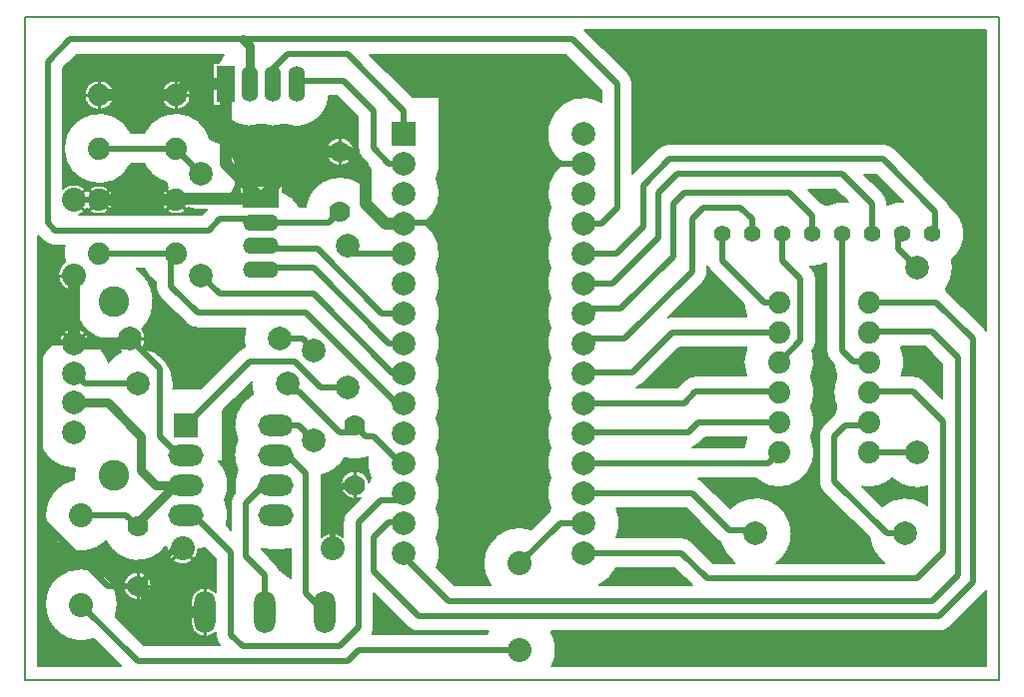
<source format=gbr>
G04 DesignSpark PCB Gerber Version 11.0 Build 5877*
%FSLAX33Y33*%
%MOMM*%
%ADD129O,1.40000X3.04800*%
%ADD126O,1.79080X3.58160*%
%ADD128R,1.52400X3.04800*%
%ADD121R,2.00000X2.00000*%
%ADD125R,2.00000X2.00000*%
%ADD20C,0.12700*%
%ADD26C,0.25400*%
%ADD73C,0.50800*%
%ADD76C,0.76200*%
%ADD72C,1.01600*%
%ADD123C,1.39700*%
%ADD84C,1.77800*%
%ADD122C,1.87960*%
%ADD75C,2.00000*%
%ADD120C,2.03200*%
%ADD124C,2.60000*%
%ADD127O,3.04800X1.40000*%
%ADD86O,3.00000X1.80000*%
%ADD107R,3.04800X1.52400*%
X0Y0D02*
D02*
D20*
X13496Y3239D02*
X96046D01*
Y59436D01*
X13496D01*
Y3239D01*
X14623Y23575D02*
Y4366D01*
X21618D01*
X19295Y6689D01*
G75*
G02*
X15179Y9589I-1037J2900D01*
G01*
G75*
G02*
X21338I3080J0D01*
G01*
G75*
G02*
X21158Y8552I-3080J0D01*
G01*
X23567Y6144D01*
X30001D01*
G75*
G02*
X29641Y7049I958J905D01*
G01*
Y7251D01*
G75*
G02*
X27523Y8059I-905J808D01*
G01*
Y9849D01*
G75*
G02*
X29641Y10656I1213J0D01*
G01*
Y13488D01*
X28720Y14409D01*
G75*
G02*
X28162Y14274I-972J2800D01*
G01*
G75*
G02*
X25498Y14351I-1331J77D01*
G01*
G75*
G02*
X25500Y14437I1334J1D01*
G01*
G75*
G02*
X25383Y14484I1049J2771D01*
G01*
G75*
G02*
X20366Y14964I-2362J1772D01*
G01*
G75*
G02*
X15179Y17209I-2108J2245D01*
G01*
G75*
G02*
X17665Y20230I3080J0D01*
G01*
G75*
G02*
X17650Y20544I3349J313D01*
G01*
G75*
G02*
X17702Y21131I3364J0D01*
G01*
G75*
G02*
X17624Y21130I-78J3064D01*
G01*
G75*
G02*
X14623Y23575I0J3063D01*
G01*
X23021Y12383D02*
G75*
G02*
X24228Y11176I0J-1207D01*
G01*
G75*
G02*
X23021Y9970I-1207J0D01*
G01*
G75*
G02*
X21815Y11176I0J1207D01*
G01*
G75*
G02*
X23021Y12383I1207J0D01*
G01*
X14687Y11176D02*
G36*
X14687Y11176D02*
Y4429D01*
X21555D01*
X19295Y6689D01*
G75*
G02*
X15179Y9589I-1037J2900D01*
G01*
G75*
G02*
X15620Y11176I3080J0D01*
G01*
X14687D01*
G37*
X21338Y9589D02*
G36*
X21338Y9589D02*
G75*
G02*
X21158Y8552I-3083J1D01*
G01*
X23567Y6144D01*
X29938D01*
Y6216D01*
G75*
G02*
X29641Y7049I1021J833D01*
G01*
Y7251D01*
G75*
G02*
X27523Y8059I-905J808D01*
G01*
Y9849D01*
G75*
G02*
X29641Y10656I1213J0D01*
G01*
Y11176D01*
X24228D01*
G75*
G02*
X23021Y9970I-1207J0D01*
G01*
G75*
G02*
X21815Y11176I0J1207D01*
G01*
X20897D01*
G75*
G02*
X21338Y9589I-2639J-1588D01*
G01*
G37*
X14687Y23322D02*
G36*
X14687Y23322D02*
Y11176D01*
X15620D01*
G75*
G02*
X20897I2639J-1588D01*
G01*
X21815D01*
G75*
G02*
X23021Y12383I1207J0D01*
G01*
G75*
G02*
X24228Y11176I0J-1207D01*
G01*
X29641D01*
Y13488D01*
X28720Y14409D01*
G75*
G02*
X28162Y14274I-974J2807D01*
G01*
G75*
G02*
X25498Y14351I-1331J77D01*
G01*
G75*
G02*
X25500Y14437I1412J-2D01*
G01*
G75*
G02*
X25383Y14484I1065J2811D01*
G01*
G75*
G02*
X20366Y14964I-2362J1772D01*
G01*
G75*
G02*
X15179Y17209I-2108J2245D01*
G01*
G75*
G02*
X17665Y20230I3080J0D01*
G01*
G75*
G02*
X17650Y20541I3308J311D01*
G01*
G75*
G02*
Y20544I3407J1D01*
G01*
G75*
G02*
Y20545I3619J1D01*
G01*
G75*
G02*
X17702Y21131I3351J0D01*
G01*
G75*
G02*
X17624Y21130I-88J3822D01*
G01*
G75*
G02*
X14687Y23322I0J3064D01*
G01*
G37*
X14623Y40888D02*
Y29684D01*
G75*
G02*
X16364Y31998I3028J-465D01*
G01*
G75*
G02*
X18938I1287J-280D01*
G01*
G75*
G02*
X20568Y30156I-1287J-2780D01*
G01*
G75*
G02*
X21631Y31051I2453J-1835D01*
G01*
G75*
G02*
X21080Y31956I755J1080D01*
G01*
G75*
G02*
X21014Y31955I-69J3364D01*
G01*
G75*
G02*
X17768Y36203I0J3364D01*
G01*
G75*
G02*
X16867Y38626I-145J1326D01*
G01*
G75*
G02*
X16767Y39395I2903J769D01*
G01*
G75*
G02*
X16832Y40021I3004J0D01*
G01*
X16036D01*
G75*
G02*
X15104Y40408I0J1318D01*
G01*
X14623Y40888D01*
G36*
X14623Y40888D02*
Y29684D01*
G75*
G02*
X16364Y31998I3028J-465D01*
G01*
G75*
G02*
X18938I1287J-280D01*
G01*
G75*
G02*
X20568Y30156I-1287J-2780D01*
G01*
G75*
G02*
X21631Y31051I2453J-1835D01*
G01*
G75*
G02*
X21080Y31956I755J1080D01*
G01*
G75*
G02*
X21014Y31955I-69J3364D01*
G01*
G75*
G02*
X17768Y36203I0J3364D01*
G01*
G75*
G02*
X16867Y38626I-145J1326D01*
G01*
G75*
G02*
X16767Y39395I2903J769D01*
G01*
G75*
G02*
X16832Y40021I3004J0D01*
G01*
X16036D01*
G75*
G02*
X15104Y40408I0J1318D01*
G01*
X14623Y40888D01*
G37*
X16719Y55080D02*
Y44896D01*
G75*
G02*
X18743Y44642I905J-979D01*
G01*
G75*
G02*
X21027Y43917I1027J-725D01*
G01*
G75*
G02*
X18743Y43192I-1257J0D01*
G01*
G75*
G02*
X18058Y42656I-1119J725D01*
G01*
X28508D01*
X28933Y43081D01*
G75*
G02*
X27330Y43237I-514J3020D01*
G01*
G75*
G02*
X25015Y43917I-1058J679D01*
G01*
G75*
G02*
X25574Y44963I1257J0D01*
G01*
G75*
G02*
X25436Y45401I2844J1138D01*
G01*
G75*
G02*
X23573Y46968I836J2885D01*
G01*
X22469D01*
G75*
G02*
X16767Y48285I-2699J1318D01*
G01*
G75*
G02*
X22469Y49603I3003J0D01*
G01*
X23573D01*
G75*
G02*
X29171Y49071I2699J-1318D01*
G01*
G75*
G02*
X30200Y43608I-753J-2970D01*
G01*
X30413D01*
G75*
G02*
X31657Y44590I2262J-1588D01*
G01*
Y45101D01*
X35340D01*
Y44590D01*
G75*
G02*
X36752Y43339I-1018J-2569D01*
G01*
X37243D01*
G75*
G02*
X42515Y44715I2924J-413D01*
G01*
G75*
G02*
X42781Y45740I3054J-245D01*
G01*
G75*
G02*
X42550Y46487I2788J1270D01*
G01*
X42505D01*
Y46979D01*
X42093Y47391D01*
G75*
G02*
X41706Y48324I931J932D01*
G01*
Y50953D01*
X39938Y52721D01*
X39256D01*
G75*
G02*
X35499Y50321I-2758J176D01*
G01*
G75*
G02*
X33499I-1000J2576D01*
G01*
G75*
G02*
X29929Y51880I-1000J2576D01*
G01*
X29419D01*
Y55563D01*
X29929D01*
G75*
G02*
X30295Y56214I2570J-1018D01*
G01*
X17852D01*
X16719Y55080D01*
X40166Y49213D02*
G75*
G02*
X41373Y48006I0J-1207D01*
G01*
G75*
G02*
X40166Y46800I-1207J0D01*
G01*
G75*
G02*
X38960Y48006I0J1207D01*
G01*
G75*
G02*
X40166Y49213I1207J0D01*
G01*
X18513Y52807D02*
G75*
G02*
X21027I1257J0D01*
G01*
G75*
G02*
X18513I-1257J0D01*
G01*
X25015D02*
G75*
G02*
X27530I1257J0D01*
G01*
G75*
G02*
X25015I-1257J0D01*
G01*
X16782Y47981D02*
G36*
X16782Y47981D02*
Y44951D01*
G75*
G02*
X18743Y44642I842J-1035D01*
G01*
G75*
G02*
X21027Y43917I1027J-725D01*
G01*
G75*
G02*
X20154Y42719I-1257J0D01*
G01*
X25888D01*
G75*
G02*
X25015Y43917I385J1197D01*
G01*
Y43917D01*
G75*
G02*
X25574Y44963I1258J0D01*
G01*
G75*
G02*
X25436Y45401I2843J1138D01*
G01*
G75*
G02*
X23573Y46968I836J2884D01*
G01*
X22469D01*
G75*
G02*
X16782Y47981I-2699J1318D01*
G01*
G37*
X18743Y43192D02*
G36*
X18743Y43192D02*
G75*
G02*
X18211Y42719I-1120J726D01*
G01*
X19385D01*
G75*
G02*
X18743Y43192I385J1197D01*
G01*
G37*
X27330Y43237D02*
G36*
X27330Y43237D02*
G75*
G02*
X26657Y42719I-1058J679D01*
G01*
X28571D01*
X28933Y43081D01*
G75*
G02*
X27330Y43237I-514J3020D01*
G01*
G37*
X30200Y43608D02*
G36*
X30200Y43608D02*
X30413D01*
G75*
G02*
X31657Y44590I2262J-1587D01*
G01*
Y45101D01*
X35340D01*
Y44590D01*
G75*
G02*
X36752Y43339I-1017J-2569D01*
G01*
X37243D01*
G75*
G02*
X42515Y44715I2924J-413D01*
G01*
G75*
G02*
X42717Y45590I3051J-244D01*
G01*
Y45890D01*
G75*
G02*
X42550Y46487I2855J1121D01*
G01*
X42505D01*
Y46979D01*
X42093Y47391D01*
G75*
G02*
X41745Y48006I931J932D01*
G01*
X41373D01*
G75*
G02*
X40166Y46800I-1207J0D01*
G01*
G75*
G02*
X38960Y48006I0J1207D01*
G01*
X30818D01*
G75*
G02*
X31482Y46101I-2399J-1905D01*
G01*
G75*
G02*
X30200Y43608I-3063J0D01*
G01*
G37*
X16782Y52807D02*
G36*
X16782Y52807D02*
Y48590D01*
G75*
G02*
X22469Y49603I2988J-305D01*
G01*
X23573D01*
G75*
G02*
X29171Y49071I2699J-1318D01*
G01*
G75*
G02*
X30818Y48006I-752J-2970D01*
G01*
X38960D01*
G75*
G02*
X40166Y49213I1207J0D01*
G01*
G75*
G02*
X41373Y48006I0J-1207D01*
G01*
X41745D01*
G75*
G02*
X41706Y48324I1279J318D01*
G01*
Y50953D01*
X39938Y52721D01*
X39256D01*
G75*
G02*
X35499Y50321I-2758J176D01*
G01*
G75*
G02*
X33499I-1000J2576D01*
G01*
G75*
G02*
X29929Y51880I-1000J2576D01*
G01*
X29419D01*
Y52807D01*
X27530D01*
G75*
G02*
X25015I-1257J0D01*
G01*
X21027D01*
G75*
G02*
X18513I-1257J0D01*
G01*
X16782D01*
G37*
Y55144D02*
G36*
X16782Y55144D02*
Y52807D01*
X18513D01*
G75*
G02*
X21027I1257J0D01*
G01*
X25015D01*
G75*
G02*
X27530I1257J0D01*
G01*
X29419D01*
Y55563D01*
X29929D01*
G75*
G02*
X30249Y56150I2571J-1018D01*
G01*
X17788D01*
X16782Y55144D01*
G37*
X23573Y38078D02*
X22937D01*
G75*
G02*
X23411Y32959I-1923J-2759D01*
G01*
G75*
G02*
X23450Y31354I-1025J-828D01*
G01*
G75*
G02*
X26085Y28321I-429J-3033D01*
G01*
G75*
G02*
X26054Y27892I-3064J0D01*
G01*
X28349D01*
X31614Y31157D01*
G75*
G02*
X32096Y31464I932J-931D01*
G01*
G75*
G02*
X32023Y32131I2991J667D01*
G01*
G75*
G02*
X32159Y33036I3063J0D01*
G01*
X28101D01*
G75*
G02*
X27169Y33423I0J1318D01*
G01*
X24948Y35644D01*
G75*
G02*
X24561Y36576I931J932D01*
G01*
Y36927D01*
G75*
G02*
X23573Y38078I1711J2468D01*
G01*
G36*
X23573Y38078D02*
X22937D01*
G75*
G02*
X23411Y32959I-1923J-2759D01*
G01*
G75*
G02*
X23450Y31354I-1025J-828D01*
G01*
G75*
G02*
X26085Y28321I-429J-3033D01*
G01*
G75*
G02*
X26054Y27892I-3064J0D01*
G01*
X28349D01*
X31614Y31157D01*
G75*
G02*
X32096Y31464I932J-931D01*
G01*
G75*
G02*
X32023Y32131I2991J667D01*
G01*
G75*
G02*
X32159Y33036I3063J0D01*
G01*
X28101D01*
G75*
G02*
X27169Y33423I0J1318D01*
G01*
X24948Y35644D01*
G75*
G02*
X24561Y36576I931J932D01*
G01*
Y36927D01*
G75*
G02*
X23573Y38078I1711J2468D01*
G01*
G37*
X30212Y21765D02*
X29920D01*
G75*
G02*
X30426Y18479I-2172J-2017D01*
G01*
G75*
G02*
X30566Y16289I-2678J-1270D01*
G01*
X30911Y15944D01*
Y18161D01*
G75*
G02*
X31282Y19078I1318J0D01*
G01*
G75*
G02*
X31491Y21019I2886J671D01*
G01*
G75*
G02*
Y23559I2678J1270D01*
G01*
G75*
G02*
X32784Y27449I2678J1270D01*
G01*
G75*
G02*
X32658Y28321I2937J872D01*
G01*
G75*
G02*
X32661Y28478I3064J1D01*
G01*
X30212Y26029D01*
Y21765D01*
G36*
X30212Y21765D02*
X29920D01*
G75*
G02*
X30426Y18479I-2172J-2017D01*
G01*
G75*
G02*
X30566Y16289I-2678J-1270D01*
G01*
X30911Y15944D01*
Y18161D01*
G75*
G02*
X31282Y19078I1318J0D01*
G01*
G75*
G02*
X31491Y21019I2886J671D01*
G01*
G75*
G02*
Y23559I2678J1270D01*
G01*
G75*
G02*
X32784Y27449I2678J1270D01*
G01*
G75*
G02*
X32658Y28321I2937J872D01*
G01*
G75*
G02*
X32661Y28478I3064J1D01*
G01*
X30212Y26029D01*
Y21765D01*
G37*
X33546Y14311D02*
Y14262D01*
X34747Y13061D01*
G75*
G02*
X35072Y12528I-931J-932D01*
G01*
G75*
G02*
X35991Y11855I-1255J-2679D01*
G01*
Y14311D01*
G75*
G02*
X35368Y14245I-622J2898D01*
G01*
X34169D01*
G75*
G02*
X33546Y14311I0J2964D01*
G01*
G36*
X33546Y14311D02*
Y14262D01*
X34747Y13061D01*
G75*
G02*
X35072Y12528I-931J-932D01*
G01*
G75*
G02*
X35991Y11855I-1255J-2679D01*
G01*
Y14311D01*
G75*
G02*
X35368Y14245I-622J2898D01*
G01*
X34169D01*
G75*
G02*
X33546Y14311I0J2964D01*
G01*
G37*
X38626Y20572D02*
Y15330D01*
G75*
G02*
X40436I905J-979D01*
G01*
Y16617D01*
G75*
G02*
X40822Y17549I1318J0D01*
G01*
X41914Y18641D01*
G75*
G02*
X40230Y19749I-478J1108D01*
G01*
G75*
G02*
X42629Y19931I1207J0D01*
G01*
G75*
G02*
X42781Y20340I2941J-861D01*
G01*
G75*
G02*
X42505Y21610I2788J1270D01*
G01*
G75*
G02*
X42543Y22091I3064J0D01*
G01*
G75*
G02*
X40582Y22002I-1107J2737D01*
G01*
G75*
G02*
X38626Y20572I-2639J1556D01*
G01*
G36*
X38626Y20572D02*
Y15330D01*
G75*
G02*
X40436I905J-979D01*
G01*
Y16617D01*
G75*
G02*
X40822Y17549I1318J0D01*
G01*
X41914Y18641D01*
G75*
G02*
X40230Y19749I-478J1108D01*
G01*
G75*
G02*
X42629Y19931I1207J0D01*
G01*
G75*
G02*
X42781Y20340I2941J-861D01*
G01*
G75*
G02*
X42505Y21610I2788J1270D01*
G01*
G75*
G02*
X42543Y22091I3064J0D01*
G01*
G75*
G02*
X40582Y22002I-1107J2737D01*
G01*
G75*
G02*
X38626Y20572I-2639J1556D01*
G01*
G37*
X42712Y56214D02*
X46312Y52614D01*
X48632D01*
Y47035D01*
G75*
G02*
Y46985I-3082J-25D01*
G01*
Y46487D01*
X48587D01*
G75*
G02*
X48357Y45740I-3018J523D01*
G01*
G75*
G02*
X47281Y41930I-2788J-1270D01*
G01*
G75*
G02*
X48357Y38120I-1713J-2540D01*
G01*
G75*
G02*
Y35580I-2788J-1270D01*
G01*
G75*
G02*
Y33040I-2788J-1270D01*
G01*
G75*
G02*
Y30500I-2788J-1270D01*
G01*
G75*
G02*
Y27960I-2788J-1270D01*
G01*
G75*
G02*
Y25420I-2788J-1270D01*
G01*
G75*
G02*
Y22880I-2788J-1270D01*
G01*
G75*
G02*
Y20340I-2788J-1270D01*
G01*
G75*
G02*
Y17800I-2788J-1270D01*
G01*
G75*
G02*
Y15260I-2788J-1270D01*
G01*
G75*
G02*
X48377Y12766I-2788J-1270D01*
G01*
X49919Y11224D01*
X52950D01*
G75*
G02*
X56443Y15981I2456J1858D01*
G01*
X57875Y17413D01*
G75*
G02*
X58021Y17800I2934J-883D01*
G01*
G75*
G02*
Y20340I2788J1270D01*
G01*
G75*
G02*
Y22880I2788J1270D01*
G01*
G75*
G02*
Y25420I2788J1270D01*
G01*
G75*
G02*
Y27960I2788J1270D01*
G01*
G75*
G02*
Y30500I2788J1270D01*
G01*
G75*
G02*
Y33040I2788J1270D01*
G01*
G75*
G02*
Y35580I2788J1270D01*
G01*
G75*
G02*
Y38120I2788J1270D01*
G01*
G75*
G02*
Y40660I2788J1270D01*
G01*
G75*
G02*
Y43200I2788J1270D01*
G01*
G75*
G02*
X59096Y47010I2788J1270D01*
G01*
G75*
G02*
X62343Y52201I1713J2540D01*
G01*
Y53175D01*
X59305Y56214D01*
X42712D01*
G36*
X42712Y56214D02*
X46312Y52614D01*
X48632D01*
Y47035D01*
G75*
G02*
Y46985I-3082J-25D01*
G01*
Y46487D01*
X48587D01*
G75*
G02*
X48357Y45740I-3018J523D01*
G01*
G75*
G02*
X47281Y41930I-2788J-1270D01*
G01*
G75*
G02*
X48357Y38120I-1713J-2540D01*
G01*
G75*
G02*
Y35580I-2788J-1270D01*
G01*
G75*
G02*
Y33040I-2788J-1270D01*
G01*
G75*
G02*
Y30500I-2788J-1270D01*
G01*
G75*
G02*
Y27960I-2788J-1270D01*
G01*
G75*
G02*
Y25420I-2788J-1270D01*
G01*
G75*
G02*
Y22880I-2788J-1270D01*
G01*
G75*
G02*
Y20340I-2788J-1270D01*
G01*
G75*
G02*
Y17800I-2788J-1270D01*
G01*
G75*
G02*
Y15260I-2788J-1270D01*
G01*
G75*
G02*
X48377Y12766I-2788J-1270D01*
G01*
X49919Y11224D01*
X52950D01*
G75*
G02*
X56443Y15981I2456J1858D01*
G01*
X57875Y17413D01*
G75*
G02*
X58021Y17800I2934J-883D01*
G01*
G75*
G02*
Y20340I2788J1270D01*
G01*
G75*
G02*
Y22880I2788J1270D01*
G01*
G75*
G02*
Y25420I2788J1270D01*
G01*
G75*
G02*
Y27960I2788J1270D01*
G01*
G75*
G02*
Y30500I2788J1270D01*
G01*
G75*
G02*
Y33040I2788J1270D01*
G01*
G75*
G02*
Y35580I2788J1270D01*
G01*
G75*
G02*
Y38120I2788J1270D01*
G01*
G75*
G02*
Y40660I2788J1270D01*
G01*
G75*
G02*
Y43200I2788J1270D01*
G01*
G75*
G02*
X59096Y47010I2788J1270D01*
G01*
G75*
G02*
X62343Y52201I1713J2540D01*
G01*
Y53175D01*
X59305Y56214D01*
X42712D01*
G37*
X43071Y10535D02*
Y7684D01*
G75*
G02*
X42933Y7096I-1318J0D01*
G01*
X52623D01*
G75*
G02*
X52739Y7319I2784J-1317D01*
G01*
X46834D01*
G75*
G02*
X45901Y7705I0J1318D01*
G01*
X43071Y10535D01*
G36*
X43071Y10535D02*
Y7684D01*
G75*
G02*
X42933Y7096I-1318J0D01*
G01*
X52623D01*
G75*
G02*
X52739Y7319I2784J-1317D01*
G01*
X46834D01*
G75*
G02*
X45901Y7705I0J1318D01*
G01*
X43071Y10535D01*
G37*
X58073Y7319D02*
G75*
G02*
X58142Y4366I-2667J-1540D01*
G01*
X94919D01*
Y10762D01*
G75*
G02*
X94754Y10561I-1096J732D01*
G01*
X91898Y7705D01*
G75*
G02*
X90966Y7319I-932J931D01*
G01*
X58073D01*
G36*
X58073Y7319D02*
G75*
G02*
X58142Y4366I-2667J-1540D01*
G01*
X94919D01*
Y10762D01*
G75*
G02*
X94754Y10561I-1096J732D01*
G01*
X91898Y7705D01*
G75*
G02*
X90966Y7319I-932J931D01*
G01*
X58073D01*
G37*
X60936Y58309D02*
X64592Y54653D01*
G75*
G02*
X64978Y53721I-931J-932D01*
G01*
Y46107D01*
X67174Y48302D01*
G75*
G02*
X68106Y48689I932J-931D01*
G01*
X86204D01*
G75*
G02*
X87136Y48302I0J-1318D01*
G01*
X91579Y43858D01*
G75*
G02*
X91917Y43282I-931J-932D01*
G01*
G75*
G02*
X92045Y38855I-1586J-2261D01*
G01*
G75*
G02*
X92125Y38164I-2984J-692D01*
G01*
G75*
G02*
X91494Y36303I-3063J0D01*
G01*
G75*
G02*
X91644Y36173I-783J-1060D01*
G01*
X94754Y33063D01*
G75*
G02*
X94919Y32863I-931J-932D01*
G01*
Y58309D01*
X60936D01*
G36*
X60936Y58309D02*
X64592Y54653D01*
G75*
G02*
X64978Y53721I-931J-932D01*
G01*
Y46107D01*
X67174Y48302D01*
G75*
G02*
X68106Y48689I932J-931D01*
G01*
X86204D01*
G75*
G02*
X87136Y48302I0J-1318D01*
G01*
X91579Y43858D01*
G75*
G02*
X91917Y43282I-931J-932D01*
G01*
G75*
G02*
X92045Y38855I-1586J-2261D01*
G01*
G75*
G02*
X92125Y38164I-2984J-692D01*
G01*
G75*
G02*
X91494Y36303I-3063J0D01*
G01*
G75*
G02*
X91644Y36173I-783J-1060D01*
G01*
X94754Y33063D01*
G75*
G02*
X94919Y32863I-931J-932D01*
G01*
Y58309D01*
X60936D01*
G37*
X63574Y12673D02*
G75*
G02*
X62124Y11224I-2766J1318D01*
G01*
X70005D01*
X68556Y12673D01*
X63574D01*
G36*
X63574Y12673D02*
G75*
G02*
X62124Y11224I-2766J1318D01*
G01*
X70005D01*
X68556Y12673D01*
X63574D01*
G37*
X63617Y17753D02*
G75*
G02*
X63618Y15308I-2809J-1223D01*
G01*
X69102D01*
G75*
G02*
X70034Y14921I0J-1318D01*
G01*
X71827Y13129D01*
X73627D01*
G75*
G02*
X72444Y14850I1781J2493D01*
G01*
G75*
G02*
X72254Y15007I742J1089D01*
G01*
X69509Y17753D01*
X63617D01*
G36*
X63617Y17753D02*
G75*
G02*
X63618Y15308I-2809J-1223D01*
G01*
X69102D01*
G75*
G02*
X70034Y14921I0J-1318D01*
G01*
X71827Y13129D01*
X73627D01*
G75*
G02*
X72444Y14850I1781J2493D01*
G01*
G75*
G02*
X72254Y15007I742J1089D01*
G01*
X69509Y17753D01*
X63617D01*
G37*
X65863Y28343D02*
G75*
G02*
X65298Y28008I-932J931D01*
G01*
X68787D01*
X69397Y28618D01*
G75*
G02*
X70330Y29003I931J-932D01*
G01*
X74606D01*
G75*
G02*
X74634Y31385I2771J1159D01*
G01*
X68906D01*
X65863Y28343D01*
G36*
X65863Y28343D02*
G75*
G02*
X65298Y28008I-932J931D01*
G01*
X68787D01*
X69397Y28618D01*
G75*
G02*
X70330Y29003I931J-932D01*
G01*
X74606D01*
G75*
G02*
X74634Y31385I2771J1159D01*
G01*
X68906D01*
X65863Y28343D01*
G37*
X67997Y33969D02*
G75*
G02*
X68360Y34020I363J-1267D01*
G01*
X74634D01*
G75*
G02*
X74377Y35110I2743J1223D01*
G01*
X71620Y37866D01*
G75*
G02*
X71329Y38307I931J932D01*
G01*
Y37846D01*
G75*
G02*
X70942Y36914I-1318J0D01*
G01*
X67997Y33969D01*
G36*
X67997Y33969D02*
G75*
G02*
X68360Y34020I363J-1267D01*
G01*
X74634D01*
G75*
G02*
X74377Y35110I2743J1223D01*
G01*
X71620Y37866D01*
G75*
G02*
X71329Y38307I931J932D01*
G01*
Y37846D01*
G75*
G02*
X70942Y36914I-1318J0D01*
G01*
X67997Y33969D01*
G37*
X70547Y20293D02*
G75*
G02*
X70986Y20002I-492J-1222D01*
G01*
X73222Y17766D01*
G75*
G02*
X78472Y15621I2187J-2145D01*
G01*
G75*
G02*
X77190Y13129I-3063J0D01*
G01*
X86327D01*
G75*
G02*
X85073Y15206I1781J2493D01*
G01*
X81145Y19134D01*
G75*
G02*
X80759Y20066I931J932D01*
G01*
Y23876D01*
G75*
G02*
X81145Y24808I1318J0D01*
G01*
X82064Y25727D01*
G75*
G02*
X82275Y26353I2933J-644D01*
G01*
G75*
G02*
Y28892I2722J1270D01*
G01*
G75*
G02*
X81997Y30030I2722J1270D01*
G01*
X81780Y30246D01*
G75*
G02*
X81394Y31178I931J932D01*
G01*
Y38544D01*
G75*
G02*
X80030Y38263I-1223J2477D01*
G01*
X80150Y38143D01*
G75*
G02*
X80536Y37211I-931J-932D01*
G01*
Y32004D01*
G75*
G02*
X80216Y31143I-1318J0D01*
G01*
G75*
G02*
X80099Y28892I-2839J-981D01*
G01*
G75*
G02*
Y26353I-2722J-1270D01*
G01*
G75*
G02*
Y23813I-2722J-1270D01*
G01*
G75*
G02*
X75388Y20293I-2722J-1270D01*
G01*
X70547D01*
G36*
X70547Y20293D02*
G75*
G02*
X70986Y20002I-492J-1222D01*
G01*
X73222Y17766D01*
G75*
G02*
X78472Y15621I2187J-2145D01*
G01*
G75*
G02*
X77190Y13129I-3063J0D01*
G01*
X86327D01*
G75*
G02*
X85073Y15206I1781J2493D01*
G01*
X81145Y19134D01*
G75*
G02*
X80759Y20066I931J932D01*
G01*
Y23876D01*
G75*
G02*
X81145Y24808I1318J0D01*
G01*
X82064Y25727D01*
G75*
G02*
X82275Y26353I2933J-644D01*
G01*
G75*
G02*
Y28892I2722J1270D01*
G01*
G75*
G02*
X81997Y30030I2722J1270D01*
G01*
X81780Y30246D01*
G75*
G02*
X81394Y31178I931J932D01*
G01*
Y38544D01*
G75*
G02*
X80030Y38263I-1223J2477D01*
G01*
X80150Y38143D01*
G75*
G02*
X80536Y37211I-931J-932D01*
G01*
Y32004D01*
G75*
G02*
X80216Y31143I-1318J0D01*
G01*
G75*
G02*
X80099Y28892I-2839J-981D01*
G01*
G75*
G02*
Y26353I-2722J-1270D01*
G01*
G75*
G02*
Y23813I-2722J-1270D01*
G01*
G75*
G02*
X75388Y20293I-2722J-1270D01*
G01*
X70547D01*
G37*
X70626Y23263D02*
G75*
G02*
X70059Y22928I-932J931D01*
G01*
X74399D01*
G75*
G02*
X74634Y23765I2979J-385D01*
G01*
X71128D01*
X70626Y23263D01*
G36*
X70626Y23263D02*
G75*
G02*
X70059Y22928I-932J931D01*
G01*
X74399D01*
G75*
G02*
X74634Y23765I2979J-385D01*
G01*
X71128D01*
X70626Y23263D01*
G37*
X79859Y44783D02*
X80981Y43662D01*
G75*
G02*
X81441Y43474I-810J-2641D01*
G01*
G75*
G02*
X83212Y43737I1270J-2453D01*
G01*
X82165Y44783D01*
X79859D01*
G36*
X79859Y44783D02*
X80981Y43662D01*
G75*
G02*
X81441Y43474I-810J-2641D01*
G01*
G75*
G02*
X83212Y43737I1270J-2453D01*
G01*
X82165Y44783D01*
X79859D01*
G37*
X84408Y19598D02*
X86085Y17921D01*
G75*
G02*
X89966Y18057I2024J-2300D01*
G01*
Y19616D01*
G75*
G02*
X86984Y20291I-905J2927D01*
G01*
G75*
G02*
X84408Y19598I-1987J2252D01*
G01*
G36*
X84408Y19598D02*
X86085Y17921D01*
G75*
G02*
X89966Y18057I2024J-2300D01*
G01*
Y19616D01*
G75*
G02*
X86984Y20291I-905J2927D01*
G01*
G75*
G02*
X84408Y19598I-1987J2252D01*
G01*
G37*
X85658Y46053D02*
X84622D01*
X86182Y44493D01*
G75*
G02*
X86568Y43561I-931J-932D01*
G01*
Y43498D01*
G75*
G02*
X87932Y43779I1223J-2477D01*
G01*
X85658Y46053D01*
G36*
X85658Y46053D02*
X84622D01*
X86182Y44493D01*
G75*
G02*
X86568Y43561I-931J-932D01*
G01*
Y43498D01*
G75*
G02*
X87932Y43779I1223J-2477D01*
G01*
X85658Y46053D01*
G37*
X87726Y31449D02*
G75*
G02*
X87719Y31433I-2732J1254D01*
G01*
G75*
G02*
X87768Y29003I-2722J-1270D01*
G01*
X88743D01*
G75*
G02*
X89676Y28617I0J-1318D01*
G01*
X91236Y27057D01*
Y29998D01*
X89785Y31449D01*
X87726D01*
G36*
X87726Y31449D02*
G75*
G02*
X87719Y31433I-2732J1254D01*
G01*
G75*
G02*
X87768Y29003I-2722J-1270D01*
G01*
X88743D01*
G75*
G02*
X89676Y28617I0J-1318D01*
G01*
X91236Y27057D01*
Y29998D01*
X89785Y31449D01*
X87726D01*
G37*
D02*
D26*
X16735Y37529D02*
X16227D01*
X17034Y32336D02*
X16675Y32695D01*
X17624Y36640D02*
Y36132D01*
X18252Y43288D02*
X18611Y42929D01*
X18252Y44545D02*
X18611Y44904D01*
X18268Y32336D02*
X18628Y32695D01*
X18957Y52807D02*
X18449D01*
X19195Y43342D02*
X18836Y42983D01*
X19195Y44491D02*
X18836Y44851D01*
X19770Y51994D02*
Y51486D01*
Y53619D02*
Y54127D01*
X20345Y43342D02*
X20704Y42983D01*
X20345Y44491D02*
X20704Y44851D01*
X20583Y52807D02*
X21091D01*
X22259Y11176D02*
X21751D01*
X23021Y10414D02*
Y9906D01*
Y11938D02*
Y12446D01*
X23259Y32131D02*
X23767D01*
X23783Y11176D02*
X24291D01*
X25459Y52807D02*
X24951D01*
X25698Y43342D02*
X25338Y42983D01*
X25698Y44491D02*
X25338Y44851D01*
X26202Y13722D02*
X25843Y13363D01*
X26272Y51994D02*
Y51486D01*
Y53619D02*
Y54127D01*
X26847Y43342D02*
X27206Y42983D01*
X27085Y52807D02*
X27593D01*
X27460Y13722D02*
X27819Y13363D01*
X27968Y8954D02*
X27460D01*
X28736Y7290D02*
Y6783D01*
Y10617D02*
Y11124D01*
X39404Y48006D02*
X38896D01*
X39531Y15240D02*
Y15748D01*
X40166Y47244D02*
Y46736D01*
Y48768D02*
Y49276D01*
X40674Y19749D02*
X40166D01*
X40928Y48006D02*
X41436D01*
Y18987D02*
Y18479D01*
Y20511D02*
Y21019D01*
D02*
D72*
X17651Y31719D02*
X17624D01*
Y37529D01*
X17651Y31719D02*
X21974D01*
X22386Y32131D01*
X19770Y43917D02*
X26272D01*
Y52807D02*
X19770D01*
X28736Y8954D02*
X25244D01*
X23021Y11176D01*
X30499Y53721D02*
Y47021D01*
X33499Y44021D01*
X30499Y53721D02*
X27187D01*
X26272Y52807D01*
X33499Y44021D02*
X26377D01*
X26272Y43917D01*
X40166Y48006D02*
X37484D01*
X33499Y44021D01*
X45569Y41930D02*
X44019D01*
X42389Y43561D01*
Y46419D01*
X40801Y48006D01*
X40166D01*
D02*
D73*
X18259Y17209D02*
X22069D01*
X23021Y16256D01*
X19770Y39395D02*
X26272D01*
X19770Y43917D02*
X17624D01*
X19770Y48285D02*
X26272D01*
X23021Y11176D02*
X20481D01*
X14766Y16891D01*
Y31178D01*
X15401Y31814D01*
X17556D01*
X17651Y31719D01*
X23021Y28321D02*
X18549D01*
X17651Y29219D01*
X26831Y14351D02*
X26196D01*
X23021Y11176D01*
X27149Y22289D02*
X26514D01*
X24926Y23876D01*
Y29591D01*
X22386Y32131D01*
X28419Y46101D02*
Y46139D01*
X26272Y48285D01*
X31911Y57531D02*
X17306D01*
X15401Y55626D01*
Y41974D01*
X16036Y41339D01*
X29053D01*
X30006Y42291D01*
X33228D01*
X33499Y42021D01*
X39261D01*
X40166Y42926D01*
X34769Y19749D02*
Y19431D01*
X33499D01*
X32228Y18161D01*
Y13716D01*
X33816Y12129D01*
Y8954D01*
X34769Y22289D02*
X35721D01*
X37309Y20701D01*
Y10541D01*
X38896Y8954D01*
X35086Y32131D02*
X36991D01*
X37944Y31178D01*
X35721Y28321D02*
Y27686D01*
X36673D01*
X40166Y24194D01*
X41436D01*
Y24828D01*
X37944Y23559D02*
X36673Y24828D01*
X34769D01*
X40801Y28003D02*
X38578D01*
X36356Y30226D01*
X32546D01*
X27149Y24828D01*
X41436Y19749D02*
X40484D01*
X39531Y18796D01*
Y14351D01*
X45569Y13990D02*
Y13711D01*
X49374Y9906D01*
X90331D01*
X92554Y12129D01*
Y30544D01*
X90331Y32766D01*
X85061D01*
X84997Y32703D01*
X45569Y19070D02*
Y18479D01*
X43615D01*
X41754Y16617D01*
Y7684D01*
X40166Y6096D01*
X31911D01*
X30959Y7049D01*
Y14034D01*
X27784Y17209D01*
X27149D01*
X45569Y21610D02*
X45289D01*
X43024Y23876D01*
X42389D01*
X41436Y24828D01*
X45569Y26690D02*
X44972D01*
X37309Y34353D01*
X28101D01*
X25878Y36576D01*
Y39002D01*
X26272Y39395D01*
X45569Y29230D02*
X44654D01*
X37944Y35941D01*
X30006D01*
X28419Y37529D01*
X45569Y31770D02*
X44337D01*
X37944Y38164D01*
X33641D01*
X33499Y38021D01*
X45569Y34310D02*
X43702D01*
X38261Y39751D01*
X33769D01*
X33499Y40021D01*
X45569Y39390D02*
X40801D01*
Y40069D01*
X45569Y47010D02*
X44337D01*
X43024Y48324D01*
Y51499D01*
X40484Y54039D01*
X36816D01*
X36499Y53721D01*
X45569Y49550D02*
Y51493D01*
X40801Y56261D01*
X35721D01*
X34451Y54991D01*
Y53769D01*
X34499Y53721D01*
X55406Y5779D02*
X41754D01*
X40801Y4826D01*
X23021D01*
X18259Y9589D01*
X60809Y13990D02*
X69102D01*
X71281Y11811D01*
X89061D01*
X91284Y14034D01*
Y25146D01*
X88743Y27686D01*
X85061D01*
X84997Y27622D01*
X60809Y16530D02*
X58855D01*
X55406Y13081D01*
X60809Y19070D02*
X70054D01*
X73186Y15939D01*
X75091D01*
X75409Y15621D01*
X60809Y21610D02*
X76445D01*
X77377Y22543D01*
X60809Y26690D02*
X69333D01*
X70329Y27686D01*
X77314D01*
X77377Y27622D01*
X60809Y36850D02*
X63300D01*
X67154Y40703D01*
Y44514D01*
X68741Y46101D01*
X82711D01*
X85251Y43561D01*
Y41021D01*
X60809Y39390D02*
X63618D01*
X65884Y41656D01*
Y45149D01*
X68106Y47371D01*
X86204D01*
X90649Y42926D01*
Y41339D01*
X90331Y41021D01*
X60809Y41930D02*
X62348D01*
X63661Y43243D01*
Y53721D01*
X59851Y57531D01*
X31911D01*
X60809Y47010D02*
X52823D01*
X47786Y41974D01*
X45612D01*
X45569Y41930D01*
X75091Y41021D02*
Y42291D01*
X74139Y43243D01*
X70964D01*
X70011Y42291D01*
Y37846D01*
X64296Y32131D01*
X61169D01*
X60809Y31770D01*
X77377Y25083D02*
X70582D01*
X69694Y24194D01*
X60852D01*
X60809Y24150D01*
X77377Y32703D02*
X68360D01*
X64931Y29274D01*
X60852D01*
X60809Y29230D01*
X77377Y35243D02*
X76107D01*
X72551Y38798D01*
Y41021D01*
X77631D02*
Y38798D01*
X79219Y37211D01*
Y32004D01*
X77377Y30163D01*
X80171Y41021D02*
Y42608D01*
X78266Y44514D01*
X69376D01*
X68424Y43561D01*
Y39116D01*
X63978Y34671D01*
X61169D01*
X60809Y34310D01*
X82711Y41021D02*
Y31178D01*
X83664Y30226D01*
X84933D01*
X84997Y30163D01*
Y22543D02*
X89061D01*
X84997Y35243D02*
X90712D01*
X93823Y32131D01*
Y11494D01*
X90966Y8636D01*
X46834D01*
X43024Y12446D01*
Y15304D01*
X44294Y16574D01*
X45525D01*
X45569Y16530D01*
X88109Y15621D02*
X86521D01*
X82076Y20066D01*
Y23876D01*
X83029Y24828D01*
X84743D01*
X84997Y25083D01*
X89061Y38164D02*
X87474Y39751D01*
Y40703D01*
X87791Y41021D01*
D02*
D75*
X17624Y24194D03*
X17651Y26719D03*
Y29219D03*
Y31719D03*
X22386Y32131D03*
X23021Y28321D03*
X28419Y37529D03*
Y46101D03*
X35086Y32131D03*
X35721Y28321D03*
X37944Y23559D03*
Y31178D03*
X40801Y28003D03*
Y40069D03*
X45569Y13990D03*
Y16530D03*
Y19070D03*
Y21610D03*
Y24150D03*
Y26690D03*
Y29230D03*
Y31770D03*
Y34310D03*
Y36850D03*
Y39390D03*
Y41930D03*
Y44470D03*
Y47010D03*
X60809Y13990D03*
Y16530D03*
Y19070D03*
Y21610D03*
Y24150D03*
Y26690D03*
Y29230D03*
Y31770D03*
Y34310D03*
Y36850D03*
Y39390D03*
Y41930D03*
Y44470D03*
Y47010D03*
Y49550D03*
X75409Y15621D03*
X88109D03*
X89061Y22543D03*
Y38164D03*
D02*
D76*
X17651Y26719D02*
X20496D01*
X23339Y23876D01*
Y21019D01*
X24609Y19749D01*
X26196D01*
X23021Y16256D02*
Y16574D01*
X26196Y19749D01*
X27149D01*
X32499Y53721D02*
Y56943D01*
X31911Y57531D01*
D02*
D84*
X23021Y11176D03*
Y16256D03*
X40166Y42926D03*
Y48006D03*
X41436Y19749D03*
Y24828D03*
D02*
D86*
X27149Y17209D03*
Y19749D03*
Y22289D03*
X34769Y17209D03*
Y19749D03*
Y22289D03*
Y24828D03*
D02*
D107*
X33499Y44021D03*
D02*
D120*
X17624Y37529D03*
Y43917D03*
X18259Y9589D03*
Y17209D03*
X26831Y14351D03*
X39531D03*
X55406Y5779D03*
Y13081D03*
D02*
D121*
X45569Y49550D03*
D02*
D122*
X19770Y39395D03*
Y43917D03*
Y48285D03*
Y52807D03*
X26272Y39395D03*
Y43917D03*
Y48285D03*
Y52807D03*
X77377Y22543D03*
Y25083D03*
Y27622D03*
Y30163D03*
Y32703D03*
Y35243D03*
X84997Y22543D03*
Y25083D03*
Y27622D03*
Y30163D03*
Y32703D03*
Y35243D03*
D02*
D123*
X72551Y41021D03*
X75091D03*
X77631D03*
X80171D03*
X82711D03*
X85251D03*
X87791D03*
X90331D03*
D02*
D124*
X21014Y20544D03*
Y35319D03*
D02*
D125*
X27149Y24828D03*
D02*
D126*
X28736Y8954D03*
X33816D03*
X38896D03*
D02*
D127*
X33499Y38021D03*
Y40021D03*
Y42021D03*
D02*
D128*
X30499Y53721D03*
D02*
D129*
X32499D03*
X34499D03*
X36499D03*
X0Y0D02*
M02*

</source>
